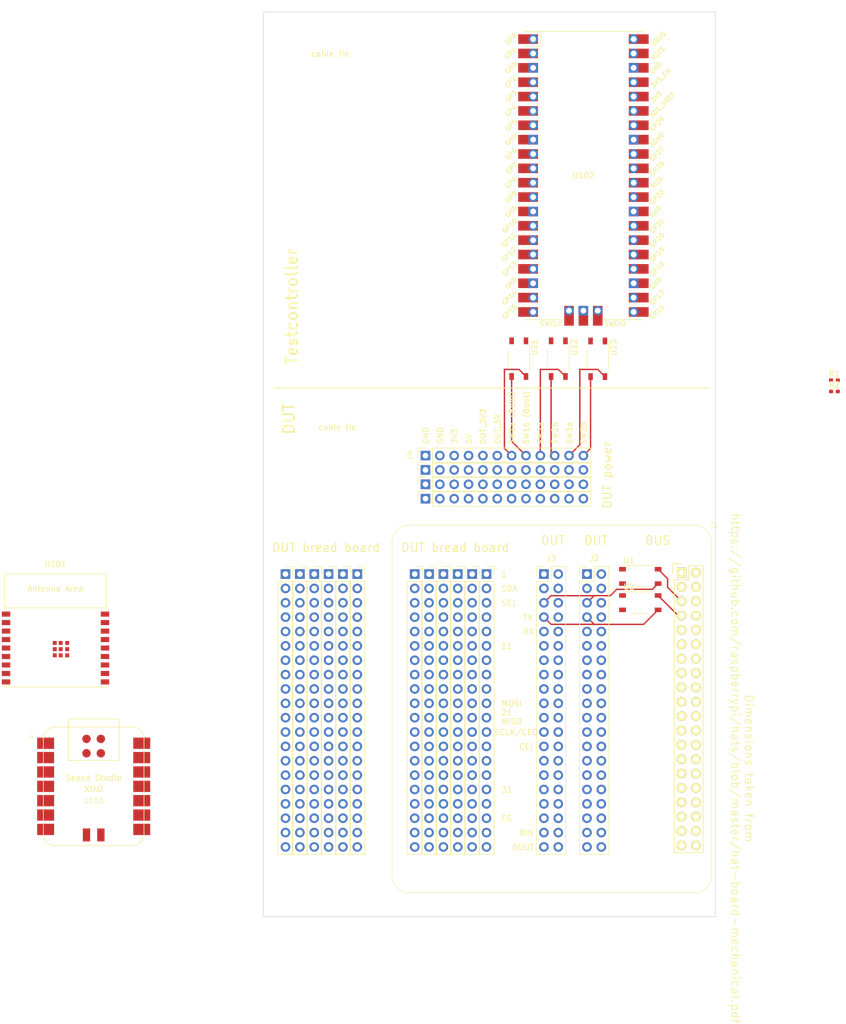
<source format=kicad_pcb>
(kicad_pcb (version 20221018) (generator pcbnew)
  (layers (0 "F.Cu" signal) (31 "B.Cu" signal) (34 "B.Paste" user) (35 "F.Paste" user) (36 "B.SilkS" user "B.Silkscreen") (37 "F.SilkS" user "F.Silkscreen") (38 "B.Mask" user) (39 "F.Mask" user) (44 "Edge.Cuts" user))
  (net 0 "")
  (net 9 "Net-(U101-GND-Pad19)")
  (net 86 "BUS_5")
  (net 88 "BUS_7")
  (net 89 "BUS_8")
  (net 91 "BUS_10")
  (net 92 "BUS_11")
  (net 94 "BUS_13")
  (net 96 "BUS_15")
  (net 126 "DUT_5")
  (net 127 "DUT_8")
  (net 128 "DUT_7")
  (net 129 "DUT_10")
  (net 132 "DUT_11")
  (net 134 "DUT_13")
  (net 136 "DUT_15")
  (net 170 "Net-(D1-K)")
  (net 171 "DUT_3V3")
  (net 201 "Net-(D2-K)")
  (net 202 "DUT_5V")
  (net 203 "GND")
  (net 204 "+3V3")
  (net 205 "+5V")
  (net 206 "SW1a (Boot)")
  (net 207 "SW1b (Boot)")
  (net 208 "SW2a")
  (net 209 "SW2b")
  (net 210 "SW3a")
  (net 211 "SW3b")
  (footprint "Connector_PinSocket_2.54mm:PinSocket_1x20_P2.54mm_Vertical" (layer "F.Cu") (at 99.06 121.92)
    (fp_text reference "J1000" hide)
    (fp_text value "Conn_01x20" hide)
  )
  (footprint "00_project_RPI_Hat:RPi_Hat_2holes" (layer "F.Cu") (at 166.78 113.28 -90)
    (fp_text reference "J1")
    (fp_text value "RPi_GPIO")
  )
  (footprint "Connector_PinSocket_2.54mm:PinSocket_1x12_P2.54mm_Vertical" (layer "F.Cu") (at 116.205 106.045 90)
    (fp_text reference "J1000" hide)
    (fp_text value "Conn_01x12" hide)
  )
  (footprint "MountingHole:MountingHole_3.5mm" (layer "F.Cu") (at 104 93)
    (fp_text reference "REF**" hide)
    (fp_text value "MountingHole_3.5mm" hide)
  )
  (footprint "Package_SO:MFSOP6-4_4.4x3.6mm_P1.27mm" (layer "F.Cu") (at 154.212 126.98)
    (fp_text reference "U2")
    (fp_text value "TLP172GM")
  )
  (footprint "Connector_PinSocket_2.54mm:PinSocket_1x20_P2.54mm_Vertical" (layer "F.Cu") (at 104.14 121.92)
    (fp_text reference "J1000" hide)
    (fp_text value "Conn_01x20" hide)
  )
  (footprint "00_project_library:RPi_Pico_SMD_TH" (layer "F.Cu") (at 144.145 51.435)
    (fp_text reference "U102")
    (fp_text value "Pico")
  )
  (footprint "Connector_PinSocket_2.54mm:PinSocket_1x20_P2.54mm_Vertical" (layer "F.Cu") (at 96.52 121.92)
    (fp_text reference "J1000" hide)
    (fp_text value "Conn_01x20" hide)
  )
  (footprint "Connector_PinSocket_2.54mm:PinSocket_1x20_P2.54mm_Vertical" (layer "F.Cu") (at 124.46 121.92)
    (fp_text reference "J1000" hide)
    (fp_text value "Conn_01x20" hide)
  )
  (footprint "Package_SO:MFSOP6-4_4.4x3.6mm_P1.27mm" (layer "F.Cu") (at 146.685 83.845 -90)
    (fp_text reference "U23")
    (fp_text value "TLP172GM")
  )
  (footprint "Resistor_SMD:R_0402_1005Metric_Pad0.72x0.64mm_HandSolder" (layer "F.Cu") (at 188.5575 89.62)
    (fp_text reference "R2")
    (fp_text value "470R")
  )
  (footprint "MountingHole:MountingHole_3.5mm" (layer "F.Cu") (at 96 27)
    (fp_text reference "REF**" hide)
    (fp_text value "MountingHole_3.5mm" hide)
  )
  (footprint "Connector_PinSocket_2.54mm:PinSocket_1x20_P2.54mm_Vertical" (layer "F.Cu") (at 116.84 121.92)
    (fp_text reference "J1000" hide)
    (fp_text value "Conn_01x20" hide)
  )
  (footprint "Connector_PinSocket_2.54mm:PinSocket_1x20_P2.54mm_Vertical" (layer "F.Cu") (at 91.44 121.92)
    (fp_text reference "J1000" hide)
    (fp_text value "Conn_01x20" hide)
  )
  (footprint "Connector_PinSocket_2.54mm:PinSocket_1x12_P2.54mm_Vertical" (layer "F.Cu") (at 116.205 108.585 90)
    (fp_text reference "J1000" hide)
    (fp_text value "Conn_01x12" hide)
  )
  (footprint "Resistor_SMD:R_0402_1005Metric_Pad0.72x0.64mm_HandSolder" (layer "F.Cu") (at 188.5575 87.63)
    (fp_text reference "R1")
    (fp_text value "470R")
  )
  (footprint "Connector_PinSocket_2.54mm:PinSocket_1x20_P2.54mm_Vertical" (layer "F.Cu") (at 114.3 121.92)
    (fp_text reference "J1000" hide)
    (fp_text value "Conn_01x20" hide)
  )
  (footprint "Connector_PinSocket_2.54mm:PinSocket_1x20_P2.54mm_Vertical" (layer "F.Cu") (at 119.38 121.92)
    (fp_text reference "J1000" hide)
    (fp_text value "Conn_01x20" hide)
  )
  (footprint "Package_SO:MFSOP6-4_4.4x3.6mm_P1.27mm" (layer "F.Cu") (at 154.212 122.332)
    (fp_text reference "U1")
    (fp_text value "TLP172GM")
  )
  (footprint "Connector_PinSocket_2.54mm:PinSocket_1x20_P2.54mm_Vertical" (layer "F.Cu") (at 121.92 121.92)
    (fp_text reference "J1000" hide)
    (fp_text value "Conn_01x20" hide)
  )
  (footprint "Connector_PinSocket_2.54mm:PinSocket_1x20_P2.54mm_Vertical" (layer "F.Cu") (at 93.98 121.92)
    (fp_text reference "J1000" hide)
    (fp_text value "Conn_01x20" hide)
  )
  (footprint "MountingHole:MountingHole_3.5mm" (layer "F.Cu") (at 103 27)
    (fp_text reference "REF**" hide)
    (fp_text value "MountingHole_3.5mm" hide)
  )
  (footprint "00_project_library:XIAO-SAMD21-RP2040-14P-2.54-21X17.8MM (Seeeduino XIAO)" (layer "F.Cu") (at 57.5 159.46)
    (fp_text reference "U103")
    (fp_text value "Seeed Studio XIAO SAMD21" hide)
  )
  (footprint "Connector_PinSocket_2.54mm:PinSocket_1x12_P2.54mm_Vertical" (layer "F.Cu") (at 116.205 100.965 90)
    (fp_text reference "J4")
    (fp_text value "Conn_01x12")
  )
  (footprint "Package_SO:MFSOP6-4_4.4x3.6mm_P1.27mm" (layer "F.Cu") (at 132.715 83.82 -90)
    (fp_text reference "U21")
    (fp_text value "TLP172GM")
  )
  (footprint "00_project_library:PinSocket_2x20_P2.54mm_Vertical-mirrored" (layer "F.Cu") (at 147.32 121.92)
    (fp_text reference "J2")
    (fp_text value "Conn_01x20")
  )
  (footprint "PCM_Espressif:ESP32-C3-WROOM-02" (layer "F.Cu") (at 50.75 134.9)
    (fp_text reference "U101")
    (fp_text value "ESP32-C3-WROOM-02")
  )
  (footprint "Connector_PinSocket_2.54mm:PinSocket_1x12_P2.54mm_Vertical" (layer "F.Cu") (at 116.205 103.505 90)
    (fp_text reference "J1000" hide)
    (fp_text value "Conn_01x12" hide)
  )
  (footprint "Connector_PinSocket_2.54mm:PinSocket_1x20_P2.54mm_Vertical" (layer "F.Cu") (at 101.6 121.92)
    (fp_text reference "J1000" hide)
    (fp_text value "Conn_01x20" hide)
  )
  (footprint "Connector_PinSocket_2.54mm:PinSocket_1x20_P2.54mm_Vertical" (layer "F.Cu") (at 127 121.92)
    (fp_text reference "J1000" hide)
    (fp_text value "Conn_01x20" hide)
  )
  (footprint "00_project_library:PinSocket_2x20_P2.54mm_Vertical-mirrored-bare" (layer "F.Cu") (at 139.7 121.92)
    (fp_text reference "J3")
    (fp_text value "Conn_01x20")
  )
  (footprint "MountingHole:MountingHole_3.5mm" (layer "F.Cu") (at 97 93)
    (fp_text reference "REF**" hide)
    (fp_text value "MountingHole_3.5mm" hide)
  )
  (footprint "Package_SO:MFSOP6-4_4.4x3.6mm_P1.27mm" (layer "F.Cu") (at 139.7 83.82 -90)
    (fp_text reference "U22")
    (fp_text value "TLP172GM")
  )
  (gr_line (start 89.5 89) (end 166.5 89) (stroke (width 0.15)) (layer "F.SilkS"))
  (gr_rect (start 87.5 22.5) (end 167.5 182.5) (stroke (width 0.1)) (fill none) (layer "Edge.Cuts"))
  (gr_text "cable tie" (at 95.885 30.48) (layer "F.SilkS") (effects (font (size 1 1)) (justify left bottom)))
  (gr_text "21\nMISO" (at 129.54 148.59) (layer "F.SilkS") (effects (font (size 1 1)) (justify left bottom)))
  (gr_text "SDA" (at 129.54 125.095) (layer "F.SilkS") (effects (font (size 1 1)) (justify left bottom)))
  (gr_text "DIN" (at 132.715 168.275) (layer "F.SilkS") (effects (font (size 1 1)) (justify left bottom)))
  (gr_text "DUT power" (at 149.225 110.49 90) (layer "F.SilkS") (effects (font (size 1.5 1.5) (thickness 0.2)) (justify left bottom)))
  (gr_text "DUT bread board" (at 111.76 118.11) (layer "F.SilkS") (effects (font (size 1.5 1.5) (thickness 0.2)) (justify left bottom)))
  (gr_text "DUT_3V3" (at 127 99.06 90) (layer "F.SilkS") (effects (font (size 1 1)) (justify left bottom)))
  (gr_text "cable tie" (at 97.155 96.52) (layer "F.SilkS") (effects (font (size 1 1)) (justify left bottom)))
  (gr_text "GND" (at 116.84 99.06 90) (layer "F.SilkS") (effects (font (size 1 1)) (justify left bottom)))
  (gr_text "DUT" (at 136.525 116.84) (layer "F.SilkS") (effects (font (size 1.5 1.5) (thickness 0.2)) (justify left bottom)))
  (gr_text "SCL" (at 129.54 127.635) (layer "F.SilkS") (effects (font (size 1 1)) (justify left bottom)))
  (gr_text "1" (at 129.54 122.555) (layer "F.SilkS") (effects (font (size 1 1)) (justify left bottom)))
  (gr_text "FS" (at 129.54 165.735) (layer "F.SilkS") (effects (font (size 1 1)) (justify left bottom)))
  (gr_text "RX" (at 133.35 132.715) (layer "F.SilkS") (effects (font (size 1 1)) (justify left bottom)))
  (gr_text "GND" (at 119.38 99.06 90) (layer "F.SilkS") (effects (font (size 1 1)) (justify left bottom)))
  (gr_text "CEI" (at 132.715 153.035) (layer "F.SilkS") (effects (font (size 1 1)) (justify left bottom)))
  (gr_text "SW1a (Boot)" (at 132.08 99.06 90) (layer "F.SilkS") (effects (font (size 1 1)) (justify left bottom)))
  (gr_text "SW3b" (at 144.78 99.06 90) (layer "F.SilkS") (effects (font (size 1 1)) (justify left bottom)))
  (gr_text "SW3a" (at 142.24 99.06 90) (layer "F.SilkS") (effects (font (size 1 1)) (justify left bottom)))
  (gr_text "TX" (at 133.35 130.175) (layer "F.SilkS") (effects (font (size 1 1)) (justify left bottom)))
  (gr_text "31" (at 129.54 160.655) (layer "F.SilkS") (effects (font (size 1 1)) (justify left bottom)))
  (gr_text "SCLK/CEO" (at 128.27 150.495) (layer "F.SilkS") (effects (font (size 1 1)) (justify left bottom)))
  (gr_text "11" (at 129.54 135.255) (layer "F.SilkS") (effects (font (size 1 1)) (justify left bottom)))
  (gr_text "DOUT" (at 131.445 170.815) (layer "F.SilkS") (effects (font (size 1 1)) (justify left bottom)))
  (gr_text "DUT" (at 144.145 116.84) (layer "F.SilkS") (effects (font (size 1.5 1.5) (thickness 0.2)) (justify left bottom)))
  (gr_text "MOSI" (at 129.54 145.415) (layer "F.SilkS") (effects (font (size 1 1)) (justify left bottom)))
  (gr_text "DUT_5V" (at 129.54 99.06 90) (layer "F.SilkS") (effects (font (size 1 1)) (justify left bottom)))
  (gr_text "BUS" (at 154.94 116.84) (layer "F.SilkS") (effects (font (size 1.5 1.5) (thickness 0.2)) (justify left bottom)))
  (gr_text "DUT bread board" (at 88.9 118.11) (layer "F.SilkS") (effects (font (size 1.5 1.5) (thickness 0.2)) (justify left bottom)))
  (gr_text "SW1b (Boot)" (at 134.62 99.06 90) (layer "F.SilkS") (effects (font (size 1 1)) (justify left bottom)))
  (gr_text "Testcontroller" (at 93.726 85.09 90) (layer "F.SilkS") (effects (font (size 2 2) (thickness 0.3)) (justify left bottom)))
  (gr_text "SW2b" (at 139.7 99.06 90) (layer "F.SilkS") (effects (font (size 1 1)) (justify left bottom)))
  (gr_text "DUT" (at 93.218 91.44 90) (layer "F.SilkS") (effects (font (size 2 2) (thickness 0.3)) (justify right bottom)))
  (gr_text "5V" (at 124.46 99.06 90) (layer "F.SilkS") (effects (font (size 1 1)) (justify left bottom)))
  (gr_text "SW2a" (at 137.16 99.06 90) (layer "F.SilkS") (effects (font (size 1 1)) (justify left bottom)))
  (gr_text "3V3" (at 121.92 99.06 90) (layer "F.SilkS") (effects (font (size 1 1)) (justify left bottom)))
  (segment (start 159.038 124.2624) (end 161.5056 126.73) (width 0.25) (layer "F.Cu") (net 86))
  (segment (start 159.038 122.7384) (end 159.038 124.2624) (width 0.25) (layer "F.Cu") (net 86))
  (segment (start 157.362 121.0624) (end 159.038 122.7384) (width 0.25) (layer "F.Cu") (net 86))
  (segment (start 161.5056 126.73) (end 161.51 126.73) (width 0.25) (layer "F.Cu") (net 86))
  (segment (start 157.362 121.062) (end 157.362 121.0624) (width 0.25) (layer "F.Cu") (net 86))
  (segment (start 157.362 125.7106) (end 160.9214 129.27) (width 0.25) (layer "F.Cu") (net 88))
  (segment (start 160.9214 129.27) (end 161.51 129.27) (width 0.25) (layer "F.Cu") (net 88))
  (segment (start 157.362 125.71) (end 157.362 125.7106) (width 0.25) (layer "F.Cu") (net 88))
  (segment (start 146.0332 125.7356) (end 148.9288 125.7356) (width 0.25) (layer "F.Cu") (net 126))
  (segment (start 146.0332 125.7468) (end 146.0332 125.7356) (width 0.25) (layer "F.Cu") (net 126))
  (segment (start 150.0464 124.618) (end 156.346 124.618) (width 0.25) (layer "F.Cu") (net 126))
  (segment (start 146.0332 125.7468) (end 138.4468 125.7468) (width 0.25) (layer "F.Cu") (net 126))
  (segment (start 156.346 124.618) (end 157.362 123.602) (width 0.25) (layer "F.Cu") (net 126))
  (segment (start 148.9288 125.7356) (end 150.0464 124.618) (width 0.25) (layer "F.Cu") (net 126))
  (segment (start 144.78 127) (end 146.0332 125.7468) (width 0.25) (layer "F.Cu") (net 126))
  (segment (start 138.43 125.73) (end 137.16 127) (width 0.25) (layer "F.Cu") (net 126))
  (segment (start 138.4468 125.7468) (end 138.43 125.73) (width 0.25) (layer "F.Cu") (net 126))
  (segment (start 146.0556 130.8156) (end 146.05 130.81) (width 0.25) (layer "F.Cu") (net 128))
  (segment (start 154.7964 130.8156) (end 157.362 128.25) (width 0.25) (layer "F.Cu") (net 128))
  (segment (start 138.43 130.81) (end 137.16 129.54) (width 0.25) (layer "F.Cu") (net 128))
  (segment (start 146.05 130.81) (end 138.43 130.81) (width 0.25) (layer "F.Cu") (net 128))
  (segment (start 146.0556 130.8156) (end 154.7964 130.8156) (width 0.25) (layer "F.Cu") (net 128))
  (segment (start 144.78 129.54) (end 146.0556 130.8156) (width 0.25) (layer "F.Cu") (net 128))
  (segment (start 133.985 86.97) (end 132.74 85.725) (width 0.25) (layer "F.Cu") (net 206))
  (segment (start 130.175 85.725) (end 130.175 99.695) (width 0.25) (layer "F.Cu") (net 206))
  (segment (start 130.175 99.695) (end 131.445 100.965) (width 0.25) (layer "F.Cu") (net 206))
  (segment (start 132.74 85.725) (end 130.175 85.725) (width 0.25) (layer "F.Cu") (net 206))
  (segment (start 131.445 98.425) (end 133.985 100.965) (width 0.25) (layer "F.Cu") (net 207))
  (segment (start 131.445 86.97) (end 131.445 98.425) (width 0.25) (layer "F.Cu") (net 207))
  (segment (start 140.97 86.97) (end 139.725 85.725) (width 0.25) (layer "F.Cu") (net 208))
  (segment (start 139.725 85.725) (end 136.525 85.725) (width 0.25) (layer "F.Cu") (net 208))
  (segment (start 136.525 85.725) (end 136.525 100.965) (width 0.25) (layer "F.Cu") (net 208))
  (segment (start 138.43 100.33) (end 139.065 100.965) (width 0.25) (layer "F.Cu") (net 209))
  (segment (start 138.43 86.97) (end 138.43 100.33) (width 0.25) (layer "F.Cu") (net 209))
  (segment (start 143.51 85.725) (end 143.51 99.06) (width 0.25) (layer "F.Cu") (net 210))
  (segment (start 147.955 86.995) (end 146.685 85.725) (width 0.25) (layer "F.Cu") (net 210))
  (segment (start 146.685 85.725) (end 143.51 85.725) (width 0.25) (layer "F.Cu") (net 210))
  (segment (start 143.51 99.06) (end 141.605 100.965) (width 0.25) (layer "F.Cu") (net 210))
  (segment (start 145.415 86.995) (end 145.415 99.695) (width 0.25) (layer "F.Cu") (net 211))
  (segment (start 145.415 99.695) (end 144.145 100.965) (width 0.25) (layer "F.Cu") (net 211))
)
</source>
